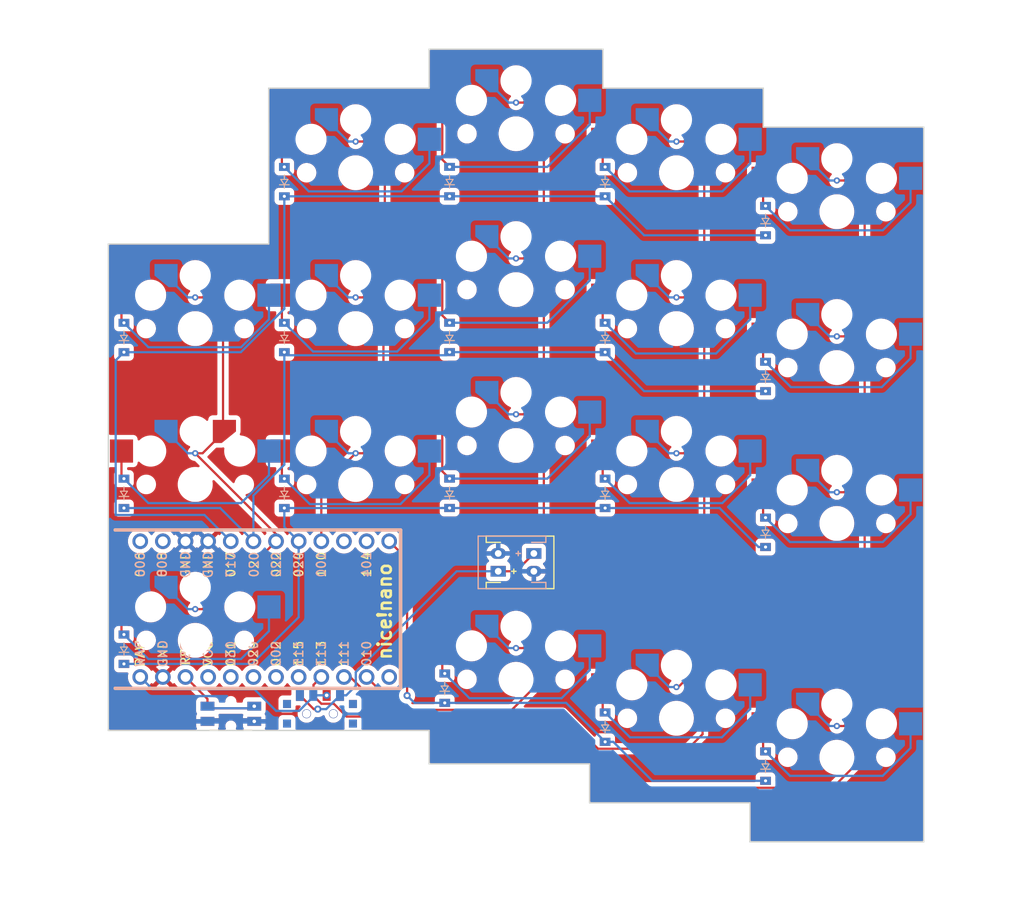
<source format=kicad_pcb>
(kicad_pcb (version 20240108) (generator "pcbnew") (generator_version "8.0")
  (title_block (title "P2DI") (rev "v1.0.0") (company "Unknown"))
  (layers (0 "F.Cu" signal) (31 "B.Cu" signal) (34 "B.Paste" user) (35 "F.Paste" user) (36 "B.SilkS" user "B.Silkscreen") (37 "F.SilkS" user "F.Silkscreen") (38 "B.Mask" user) (39 "F.Mask" user) (44 "Edge.Cuts" user))
  (net 0 "")
  (net 1 "P022")
  (net 2 "pinky_bottom")
  (net 3 "pinky_home")
  (net 4 "pinky_top")
  (net 5 "P100")
  (net 6 "ring_bottom")
  (net 7 "ring_home")
  (net 8 "ring_top")
  (net 9 "P010")
  (net 10 "middle_bottom")
  (net 11 "middle_home")
  (net 12 "middle_top")
  (net 13 "P111")
  (net 14 "index_bottom")
  (net 15 "index_home")
  (net 16 "index_top")
  (net 17 "P113")
  (net 18 "inner_bottom")
  (net 19 "inner_home")
  (net 20 "inner_top")
  (net 21 "first_only")
  (net 22 "second_only")
  (net 23 "third_only")
  (net 24 "RAW")
  (net 25 "GND")
  (net 26 "RST")
  (net 27 "VCC")
  (net 28 "P031")
  (net 29 "P029")
  (net 30 "P002")
  (net 31 "P115")
  (net 32 "P009")
  (net 33 "P006")
  (net 34 "P008")
  (net 35 "P017")
  (net 36 "P020")
  (net 37 "P024")
  (net 38 "P011")
  (net 39 "P104")
  (net 40 "P106")
  (net 41 "pos")
  (footprint "E73_SPDT_C128955" (layer "F.Cu") (at 206.548222 177.768232 180)
    (property "Reference" "T1" (hide yes))
    (property "Value" "")
  )
  (footprint "ComboDiode" (layer "F.Cu") (at 238.548222 135.518232 90)
    (property "Reference" "D11" (hide yes))
    (property "Value" "" (hide yes))
  )
  (footprint "PG1350" (layer "F.Cu") (at 228.548222 112.643232)
    (property "Reference" "S9" (hide yes))
    (property "Value" "" (hide yes))
  )
  (footprint "ComboDiode" (layer "F.Cu") (at 256.548222 139.893232 90)
    (property "Reference" "D14" (hide yes))
    (property "Value" "" (hide yes))
  )
  (footprint "ComboDiode" (layer "F.Cu") (at 184.548222 153.018232 90)
    (property "Reference" "D2" (hide yes))
    (property "Value" "" (hide yes))
  )
  (footprint "ComboDiode" (layer "F.Cu") (at 184.548222 135.518232 90)
    (property "Reference" "D3" (hide yes))
    (property "Value" "" (hide yes))
  )
  (footprint "ComboDiode" (layer "F.Cu") (at 256.548222 122.393232 90)
    (property "Reference" "D15" (hide yes))
    (property "Value" "" (hide yes))
  )
  (footprint "ComboDiode" (layer "F.Cu") (at 221.091741 118.012447 90)
    (property "Reference" "D9" (hide yes))
    (property "Value" "" (hide yes))
  )
  (footprint "ComboDiode" (layer "F.Cu") (at 220.548222 174.893232 90)
    (property "Reference" "D16" (hide yes))
    (property "Value" "" (hide yes))
  )
  (footprint "ComboDiode" (layer "F.Cu") (at 256.548222 183.643232 90)
    (property "Reference" "D18" (hide yes))
    (property "Value" "" (hide yes))
  )
  (footprint "PG1350" (layer "F.Cu") (at 210.548222 134.518232)
    (property "Reference" "S5" (hide yes))
    (property "Value" "" (hide yes))
  )
  (footprint "PG1350" (layer "F.Cu") (at 264.548222 156.393232)
    (property "Reference" "S13" (hide yes))
    (property "Value" "" (hide yes))
  )
  (footprint "PG1350" (layer "F.Cu") (at 228.548222 130.143232)
    (property "Reference" "S8" (hide yes))
    (property "Value" "" (hide yes))
  )
  (footprint "ComboDiode" (layer "F.Cu") (at 221.091741 153.012447 90)
    (property "Reference" "D7" (hide yes))
    (property "Value" "" (hide yes))
  )
  (footprint "ComboDiode" (layer "F.Cu") (at 202.548222 118.018232 90)
    (property "Reference" "D6" (hide yes))
    (property "Value" "" (hide yes))
  )
  (footprint "ComboDiode" (layer "F.Cu") (at 202.548222 153.018232 90)
    (property "Reference" "D4" (hide yes))
    (property "Value" "" (hide yes))
  )
  (footprint "JST_PH_S2B-PH-K_02x2.00mm_Angled" (layer "F.Cu") (at 226.548222 160.768232 90)
    (property "Reference" "JST2" (hide yes))
    (property "Value" "" (hide yes))
  )
  (footprint "PG1350" (layer "F.Cu") (at 210.548222 117.018232)
    (property "Reference" "S6" (hide yes))
    (property "Value" "" (hide yes))
  )
  (footprint "ComboDiode" (layer "F.Cu") (at 238.548222 118.018232 90)
    (property "Reference" "D12" (hide yes))
    (property "Value" "" (hide yes))
  )
  (footprint "ComboDiode" (layer "F.Cu") (at 256.548222 157.393232 90)
    (property "Reference" "D13" (hide yes))
    (property "Value" "" (hide yes))
  )
  (footprint "JST_PH_S2B-PH-K_02x2.00mm_Angled" (layer "F.Cu") (at 230.548222 160.768232 -90)
    (property "Reference" "JST1" (hide yes))
    (property "Value" "" (hide yes))
  )
  (footprint "ComboDiode" (layer "F.Cu") (at 238.548222 179.268232 90)
    (property "Reference" "D17" (hide yes))
    (property "Value" "" (hide yes))
  )
  (footprint "Panasonic_EVQPUL_EVQPUC" (layer "F.Cu") (at 196.548222 177.768232 180)
    (property "Reference" "B2" (hide yes))
    (property "Value" "Panasonic_EVQPUL_EVQPUC" (hide yes))
  )
  (footprint "PG1350" (layer "F.Cu") (at 192.548222 169.518232)
    (property "Reference" "S1" (hide yes))
    (property "Value" "" (hide yes))
  )
  (footprint "PG1350" (layer "F.Cu") (at 246.548222 134.518232)
    (property "Reference" "S11" (hide yes))
    (property "Value" "" (hide yes))
  )
  (footprint "PG1350" (layer "F.Cu") (at 192.548222 134.518232)
    (property "Reference" "S3" (hide yes))
    (property "Value" "" (hide yes))
  )
  (footprint "PG1350" (layer "F.Cu") (at 228.548222 147.643232)
    (property "Reference" "S7" (hide yes))
    (property "Value" "" (hide yes))
  )
  (footprint "E73_SPDT_C128955" (layer "F.Cu") (at 206.548222 177.768232 180)
    (property "Reference" "T2" (hide yes))
    (property "Value" "")
  )
  (footprint "ComboDiode" (layer "F.Cu") (at 238.548222 153.018232 90)
    (property "Reference" "D10" (hide yes))
    (property "Value" "" (hide yes))
  )
  (footprint "PG1350" (layer "F.Cu") (at 246.548222 117.018232)
    (property "Reference" "S12" (hide yes))
    (property "Value" "" (hide yes))
  )
  (footprint "PG1350" (layer "F.Cu") (at 264.548222 121.393232)
    (property "Reference" "S15" (hide yes))
    (property "Value" "" (hide yes))
  )
  (footprint "PG1350" (layer "F.Cu") (at 192.548222 152.018232)
    (property "Reference" "S2" (hide yes))
    (property "Value" "" (hide yes))
  )
  (footprint "ComboDiode" (layer "F.Cu") (at 184.548222 170.518232 90)
    (property "Reference" "D1" (hide yes))
    (property "Value" "" (hide yes))
  )
  (footprint "ComboDiode" (layer "F.Cu") (at 221.091741 135.512447 90)
    (property "Reference" "D8" (hide yes))
    (property "Value" "" (hide yes))
  )
  (footprint "PG1350" (layer "F.Cu") (at 228.548222 173.893232)
    (property "Reference" "S16" (hide yes))
    (property "Value" "" (hide yes))
  )
  (footprint "Panasonic_EVQPUL_EVQPUC" (layer "F.Cu") (at 196.548222 177.768232 180)
    (property "Reference" "B1" (hide yes))
    (property "Value" "Panasonic_EVQPUL_EVQPUC" (hide yes))
  )
  (footprint "ComboDiode" (layer "F.Cu") (at 202.548222 135.518232 90)
    (property "Reference" "D5" (hide yes))
    (property "Value" "" (hide yes))
  )
  (footprint "PG1350" (layer "F.Cu") (at 264.548222 138.893232)
    (property "Reference" "S14" (hide yes))
    (property "Value" "" (hide yes))
  )
  (footprint "PG1350" (layer "F.Cu") (at 210.548222 152.018232)
    (property "Reference" "S4" (hide yes))
    (property "Value" "" (hide yes))
  )
  (footprint "PG1350" (layer "F.Cu") (at 246.548222 178.268232)
    (property "Reference" "S17" (hide yes))
    (property "Value" "" (hide yes))
  )
  (footprint "nice_nano" (layer "F.Cu") (at 200.348222 166.018232)
    (property "Reference" "MCU1" (hide yes))
    (property "Value" "nice_nano" (hide yes))
  )
  (footprint "PG1350" (layer "F.Cu") (at 264.548222 182.643232)
    (property "Reference" "S18" (hide yes))
    (property "Value" "" (hide yes))
  )
  (footprint "PG1350" (layer "F.Cu") (at 246.548222 152.018232)
    (property "Reference" "S10" (hide yes))
    (property "Value" "" (hide yes))
  )
  (gr_line (start 256.298222 107.518232) (end 238.298222 107.518232) (stroke (width 0.15)) (layer "Edge.Cuts"))
  (gr_line (start 238.298222 103.143232) (end 218.798222 103.143232) (stroke (width 0.15)) (layer "Edge.Cuts"))
  (gr_line (start 182.798222 179.643232) (end 218.798222 179.643232) (stroke (width 0.15)) (layer "Edge.Cuts"))
  (gr_line (start 254.798222 192.143232) (end 274.298222 192.143232) (stroke (width 0.15)) (layer "Edge.Cuts"))
  (gr_line (start 218.798222 179.643232) (end 218.798222 183.393232) (stroke (width 0.15)) (layer "Edge.Cuts"))
  (gr_line (start 218.798222 183.393232) (end 236.798222 183.393232) (stroke (width 0.15)) (layer "Edge.Cuts"))
  (gr_line (start 274.298222 192.143232) (end 274.298222 111.893232) (stroke (width 0.15)) (layer "Edge.Cuts"))
  (gr_line (start 182.798222 179.643232) (end 182.798222 125.018232) (stroke (width 0.15)) (layer "Edge.Cuts"))
  (gr_line (start 236.798222 187.768232) (end 254.798222 187.768232) (stroke (width 0.15)) (layer "Edge.Cuts"))
  (gr_line (start 218.798222 107.518232) (end 200.798222 107.518232) (stroke (width 0.15)) (layer "Edge.Cuts"))
  (gr_line (start 254.798222 187.768232) (end 254.798222 192.143232) (stroke (width 0.15)) (layer "Edge.Cuts"))
  (gr_line (start 200.798222 107.518232) (end 200.798222 125.018232) (stroke (width 0.15)) (layer "Edge.Cuts"))
  (gr_line (start 200.798222 125.018232) (end 182.798222 125.018232) (stroke (width 0.15)) (layer "Edge.Cuts"))
  (gr_line (start 238.298222 107.518232) (end 238.298222 103.143232) (stroke (width 0.15)) (layer "Edge.Cuts"))
  (gr_line (start 256.298222 111.893232) (end 256.298222 107.518232) (stroke (width 0.15)) (layer "Edge.Cuts"))
  (gr_line (start 236.798222 183.393232) (end 236.798222 187.768232) (stroke (width 0.15)) (layer "Edge.Cuts"))
  (gr_line (start 274.298222 111.893232) (end 256.298222 111.893232) (stroke (width 0.15)) (layer "Edge.Cuts"))
  (gr_line (start 218.798222 103.143232) (end 218.798222 107.518232) (stroke (width 0.15)) (layer "Edge.Cuts"))
  (segment (start 195.823222 128.568232) (end 193.373222 131.018232) (width 0.25) (layer "F.Cu") (net 1))
  (segment (start 195.823222 163.568232) (end 193.373222 166.018232) (width 0.25) (layer "F.Cu") (net 1))
  (segment (start 195.669222 145.914232) (end 195.669222 128.722232) (width 0.25) (layer "F.Cu") (net 1))
  (segment (start 195.823222 163.568232) (end 196.448222 163.568232) (width 0.25) (layer "F.Cu") (net 1))
  (segment (start 195.823222 146.068232) (end 193.373222 148.518232) (width 0.25) (layer "F.Cu") (net 1))
  (segment (start 201.618222 158.398232) (end 201.618222 157.588232) (width 0.25) (layer "F.Cu") (net 1))
  (segment (start 193.373222 166.018232) (end 192.548222 166.018232) (width 0.25) (layer "F.Cu") (net 1))
  (segment (start 193.373222 148.518232) (end 192.548222 148.518232) (width 0.25) (layer "F.Cu") (net 1))
  (segment (start 201.618222 157.588232) (end 192.548222 148.518232) (width 0.25) (layer "F.Cu") (net 1))
  (segment (start 196.448222 163.568232) (end 201.618222 158.398232) (width 0.25) (layer "F.Cu") (net 1))
  (segment (start 195.669222 128.722232) (end 195.823222 128.568232) (width 0.25) (layer "F.Cu") (net 1))
  (segment (start 195.823222 146.068232) (end 195.669222 145.914232) (width 0.25) (layer "F.Cu") (net 1))
  (segment (start 193.373222 131.018232) (end 192.548222 131.018232) (width 0.25) (layer "F.Cu") (net 1))
  (segment (start 191.723222 166.018232) (end 192.548222 166.018232) (width 0.25) (layer "B.Cu") (net 1))
  (segment (start 191.723222 148.518232) (end 192.548222 148.518232) (width 0.25) (layer "B.Cu") (net 1))
  (segment (start 189.273222 163.568232) (end 191.723222 166.018232) (width 0.25) (layer "B.Cu") (net 1))
  (segment (start 189.273222 128.568232) (end 191.723222 131.018232) (width 0.25) (layer "B.Cu") (net 1))
  (segment (start 191.723222 131.018232) (end 192.548222 131.018232) (width 0.25) (layer "B.Cu") (net 1))
  (segment (start 189.273222 146.068232) (end 191.723222 148.518232) (width 0.25) (layer "B.Cu") (net 1))
  (segment (start 184.273222 168.593232) (end 184.548222 168.868232) (width 0.25) (layer "F.Cu") (net 2))
  (segment (start 184.273222 165.768232) (end 184.273222 168.593232) (width 0.25) (layer "F.Cu") (net 2))
  (segment (start 197.690544 171.615251) (end 187.295241 171.615251) (width 0.25) (layer "B.Cu") (net 2))
  (segment (start 200.823222 168.482573) (end 197.690544 171.615251) (width 0.25) (layer "B.Cu") (net 2))
  (segment (start 187.295241 171.615251) (end 184.548222 168.868232) (width 0.25) (layer "B.Cu") (net 2))
  (segment (start 200.823222 165.768232) (end 200.823222 168.482573) (width 0.25) (layer "B.Cu") (net 2))
  (segment (start 184.273222 151.093232) (end 184.548222 151.368232) (width 0.25) (layer "F.Cu") (net 3))
  (segment (start 184.273222 148.268232) (end 184.273222 151.093232) (width 0.25) (layer "F.Cu") (net 3))
  (segment (start 200.823222 150.982573) (end 197.694063 154.111732) (width 0.25) (layer "B.Cu") (net 3))
  (segment (start 187.291722 154.111732) (end 184.548222 151.368232) (width 0.25) (layer "B.Cu") (net 3))
  (segment (start 197.694063 154.111732) (end 187.291722 154.111732) (width 0.25) (layer "B.Cu") (net 3))
  (segment (start 200.823222 148.268232) (end 200.823222 150.982573) (width 0.25) (layer "B.Cu") (net 3))
  (segment (start 184.273222 133.593232) (end 184.548222 133.868232) (width 0.25) (layer "F.Cu") (net 4))
  (segment (start 184.273222 130.768232) (end 184.273222 133.593232) (width 0.25) (layer "F.Cu") (net 4))
  (segment (start 200.823222 133.482573) (end 197.694063 136.611732) (width 0.25) (layer "B.Cu") (net 4))
  (segment (start 187.291722 136.611732) (end 184.548222 133.868232) (width 0.25) (layer "B.Cu") (net 4))
  (segment (start 197.694063 136.611732) (end 187.291722 136.611732) (width 0.25) (layer "B.Cu") (net 4))
  (segment (start 200.823222 130.768232) (end 200.823222 133.482573) (width 0.25) (layer "B.Cu") (net 4))
  (segment (start 213.823222 111.068232) (end 211.373222 113.518232) (width 0.25) (layer "F.Cu") (net 5))
  (segment (start 213.823222 128.568232) (end 211.373222 131.018232) (width 0.25) (layer "F.Cu") (net 5))
  (segment (start 211.373222 131.018232) (end 210.548222 131.018232) (width 0.25) (layer "F.Cu") (net 5))
  (segment (start 212.397998 112.493456) (end 213.823222 111.068232) (width 0.25) (layer "F.Cu") (net 5))
  (segment (start 213.669222 145.914232) (end 213.669222 128.722232) (width 0.25) (layer "F.Cu") (net 5))
  (segment (start 211.373222 148.518232) (end 210.548222 148.518232) (width 0.25) (layer "F.Cu") (net 5))
  (segment (start 213.823222 128.568232) (end 213.823222 117.332576) (width 0.25) (layer "F.Cu") (net 5))
  (segment (start 211.373222 113.518232) (end 210.548222 113.518232) (width 0.25) (layer "F.Cu") (net 5))
  (segment (start 213.823222 117.332576) (end 212.397998 115.907352) (width 0.25) (layer "F.Cu") (net 5))
  (segment (start 206.698222 152.368232) (end 206.698222 158.398232) (width 0.25) (layer "F.Cu") (net 5))
  (segment (start 213.669222 128.722232) (end 213.823222 128.568232) (width 0.25) (layer "F.Cu") (net 5))
  (segment (start 210.548222 148.518232) (end 206.698222 152.368232) (width 0.25) (layer "F.Cu") (net 5))
  (segment (start 213.823222 146.068232) (end 213.669222 145.914232) (width 0.25) (layer "F.Cu") (net 5))
  (segment (start 212.397998 115.907352) (end 212.397998 112.493456) (width 0.25) (layer "F.Cu") (net 5))
  (segment (start 213.823222 146.068232) (end 211.373222 148.518232) (width 0.25) (layer "F.Cu") (net 5))
  (segment (start 209.723222 131.018232) (end 210.548222 131.018232) (width 0.25) (layer "B.Cu") (net 5))
  (segment (start 207.273222 128.568232) (end 209.723222 131.018232) (width 0.25) (layer "B.Cu") (net 5))
  (segment (start 209.723222 148.518232) (end 210.548222 148.518232) (width 0.25) (layer "B.Cu") (net 5))
  (segment (start 209.723222 113.518232) (end 210.548222 113.518232) (width 0.25) (layer "B.Cu") (net 5))
  (segment (start 207.273222 146.068232) (end 209.723222 148.518232) (width 0.25) (layer "B.Cu") (net 5))
  (segment (start 207.273222 111.068232) (end 209.723222 113.518232) (width 0.25) (layer "B.Cu") (net 5))
  (segment (start 202.273222 148.268232) (end 202.273222 151.093232) (width 0.25) (layer "F.Cu") (net 6))
  (segment (start 202.273222 151.093232) (end 202.548222 151.368232) (width 0.25) (layer "F.Cu") (net 6))
  (segment (start 205.407264 154.227274) (end 202.548222 151.368232) (width 0.25) (layer "B.Cu") (net 6))
  (segment (start 215.578521 154.227274) (end 205.407264 154.227274) (width 0.25) (layer "B.Cu") (net 6))
  (segment (start 218.823222 148.268232) (end 218.823222 150.982573) (width 0.25) (layer "B.Cu") (net 6))
  (segment (start 218.823222 150.982573) (end 215.578521 154.227274) (width 0.25) (layer "B.Cu") (net 6))
  (segment (start 202.273222 133.593232) (end 202.548222 133.868232) (width 0.25) (layer "F.Cu") (net 7))
  (segment (start 202.273222 130.768232) (end 202.273222 133.593232) (width 0.25) (layer "F.Cu") (net 7))
  (segment (start 218.823222 133.482573) (end 215.212131 137.093664) (width 0.25) (layer "B.Cu") (net 7))
  (segment (start 205.773654 137.093664) (end 202.548222 133.868232) (width 0.25) (layer "B.Cu") (net 7))
  (segment (start 215.212131 137.093664) (end 205.773654 137.093664) (width 0.25) (layer "B.Cu") (net 7))
  (segment (start 218.823222 130.768232) (end 218.823222 133.482573) (width 0.25) (layer "B.Cu") (net 7))
  (segment (start 202.273222 116.093232) (end 202.548222 116.368232) (width 0.25) (layer "F.Cu") (net 8))
  (segment (start 202.273222 113.268232) (end 202.273222 116.093232) (width 0.25) (layer "F.Cu") (net 8))
  (segment (start 218.823222 113.268232) (end 218.823222 115.982573) (width 0.25) (layer "B.Cu") (net 8))
  (segment (start 215.694063 119.111732) (end 205.291722 119.111732) (width 0.25) (layer "B.Cu") (net 8))
  (segment (start 205.291722 119.111732) (end 202.548222 116.368232) (width 0.25) (layer "B.Cu") (net 8))
  (segment (start 218.823222 115.982573) (end 215.694063 119.111732) (width 0.25) (layer "B.Cu") (net 8))
  (segment (start 231.669222 168.097232) (end 231.669222 173.732888) (width 0.25) (layer "F.Cu") (net 9))
  (segment (start 231.823222 167.943232) (end 229.373222 170.393232) (width 0.25) (layer "F.Cu") (net 9))
  (segment (start 231.823222 141.693232) (end 231.669222 141.539232) (width 0.25) (layer "F.Cu") (net 9))
  (segment (start 231.669222 141.539232) (end 231.669222 124.347232) (width 0.25) (layer "F.Cu") (net 9))
  (segment (start 229.373222 109.143232) (end 228.548222 109.143232) (width 0.25) (layer "F.Cu") (net 9))
  (segment (start 231.669222 124.347232) (end 231.823222 124.193232) (width 0.25) (layer "F.Cu") (net 9))
  (segment (start 231.823222 124.193232) (end 231.669222 124.039232) (width 0.25) (layer "F.Cu") (net 9))
  (segment (start 231.823222 141.693232) (end 229.373222 144.143232) (width 0.25) (layer "F.Cu") (net 9))
  (segment (start 231.669222 173.732888) (end 228.077079 177.325031) (width 0.25) (layer "F.Cu") (net 9))
  (segment (start 231.669222 141.847232) (end 231.823222 141.693232) (width 0.25) (layer "F.Cu") (net 9))
  (segment (start 231.823222 167.943232) (end 231.669222 168.097232) (width 0.25) (layer "F.Cu") (net 9))
  (segment (start 231.669222 156.654877) (end 231.669222 141.847232) (width 0.25) (layer "F.Cu") (net 9))
  (segment (start 231.823222 124.193232) (end 229.373222 126.643232) (width 0.25) (layer "F.Cu") (net 9))
  (segment (start 215.465021 177.325031) (end 211.778222 173.638232) (width 0.25) (layer "F.Cu") (net 9))
  (segment (start 233.037861 158.023516) (end 231.669222 156.654877) (width 0.25) (layer "F.Cu") (net 9))
  (segment (start 229.373222 170.393232) (end 228.548222 170.393232) (width 0.25) (layer "F.Cu") (net 9))
  (segment (start 231.669222 106.847232) (end 231.823222 106.693232) (width 0.25) (layer "F.Cu") (net 9))
  (segment (start 233.037861 166.728593) (end 233.037861 158.023516) (width 0.25) (layer "F.Cu") (net 9))
  (segment (start 229.373222 144.143232) (end 228.548222 144.143232) (width 0.25) (layer "F.Cu") (net 9))
  (segment (start 231.823222 167.943232) (end 233.037861 166.728593) (width 0.25) (layer "F.Cu") (net 9))
  (segment (start 229.373222 126.643232) (end 228.548222 126.643232) (width 0.25) (layer "F.Cu") (net 9))
  (segment (start 231.823222 106.693232) (end 229.373222 109.143232) (width 0.25) (layer "F.Cu") (net 9))
  (segment (start 231.669222 124.039232) (end 231.669222 106.847232) (width 0.25) (layer "F.Cu") (net 9))
  (segment (start 228.077079 177.325031) (end 215.465021 177.325031) (width 0.25) (layer "F.Cu") (net 9))
  (segment (start 227.723222 170.393232) (end 228.548222 170.393232) (width 0.25) (layer "B.Cu") (net 9))
  (segment (start 227.723222 144.143232) (end 228.548222 144.143232) (width 0.25) (layer "B.Cu") (net 9))
  (segment (start 227.723222 126.643232) (end 228.548222 126.643232) (width 0.25) (layer "B.Cu") (net 9))
  (segment (start 225.273222 167.943232) (end 227.723222 170.393232) (width 0.25) (layer "B.Cu") (net 9))
  (segment (start 225.273222 141.693232) (end 227.723222 144.143232) (width 0.25) (layer "B.Cu") (net 9))
  (segment (start 225.273222 106.693232) (end 227.723222 109.143232) (width 0.25) (layer "B.Cu") (net 9))
  (segment (start 227.723222 109.143232) (end 228.548222 109.143232) (width 0.25) (layer "B.Cu") (net 9))
  (segment (start 225.273222 124.193232) (end 227.723222 126.643232) (width 0.25) (layer "B.Cu") (net 9))
  (segment (start 220.273222 150.543928) (end 221.091741 151.362447) (width 0.25) (layer "F.Cu") (net 10))
  (segment (start 220.273222 143.893232) (end 220.273222 150.543928) (width 0.25) (layer "F.Cu") (net 10))
  (segment (start 236.823222 146.607573) (end 232.068348 151.362447) (width 0.25) (layer "B.Cu") (net 10))
  (segment (start 236.823222 143.893232) (end 236.823222 146.607573) (width 0.25) (layer "B.Cu") (net 10))
  (segment (start 232.068348 151.362447) (end 221.091741 151.362447) (width 0.25) (layer "B.Cu") (net 10))
  (segment (start 220.273222 133.043928) (end 221.091741 133.862447) (width 0.25) (layer "F.Cu") (net 11))
  (segment (start 220.273222 126.393232) (end 220.273222 133.043928) (width 0.25) (layer "F.Cu") (net 11))
  (segment (start 236.823222 129.107573) (end 232.068348 133.862447) (width 0.25) (layer "B.Cu") (net 11))
  (segment (start 236.823222 126.393232) (end 236.823222 129.107573) (width 0.25) (layer "B.Cu") (net 11))
  (segment (start 232.068348 133.862447) (end 221.091741 133.862447) (width 0.25) (layer "B.Cu") (net 11))
  (segment (start 220.273222 108.893232) (end 220.273222 115.543928) (width 0.25) (layer "F.Cu") (net 12))
  (segment (start 220.273222 115.543928) (end 221.091741 116.362447) (width 0.25) (layer "F.Cu") (net 12))
  (segment (start 232.068348 116.362447) (end 221.091741 116.362447) (width 0.25) (layer "B.Cu") (net 12))
  (segment (start 236.823222 108.893232) (end 236.823222 111.607573) (width 0.25) (layer "B.Cu") (net 12))
  (segment (start 236.823222 111.607573) (end 232.068348 116.362447) (width 0.25) (layer "B.Cu") (net 12))
  (segment (start 249.823222 172.318232) (end 249.20837 172.318232) (width 0.25) (layer "F.Cu") (net 13))
  (segment (start 249.481318 172.660136) (end 249.481318 180.061377) (width 0.25) (layer "F.Cu") (net 13))
  (segment (start 247.373222 148.518232) (end 246.548222 148.518232) (width 0.25) (layer "F.Cu") (net 13))
  (segment (start 237.753839 181.693232) (end 233.762638 177.702031) (width 0.25) (layer "F.Cu") (net 13))
  (segment (start 247.849463 181.693232) (end 237.753839 181.693232) (width 0.25) (layer "F.Cu") (net 13))
  (segment (start 249.823222 172.318232) (end 249.669222 172.164232) (width 0.25) (layer "F.Cu") (net 13))
  (segment (start 249.823222 172.318232) (end 249.481318 172.660136) (width 0.25) (layer "F.Cu") (net 13))
  (segment (start 249.669222 128.722232) (end 249.823222 128.568232) (width 0.25) (layer "F.Cu") (net 13))
  (segment (start 247.373222 131.018232) (end 246.548222 131.018232) (width 0.25) (layer "F.Cu") (net 13))
  (segment (start 249.669222 145.914232) (end 249.669222 128.722232) (width 0.25) (layer "F.Cu") (net 13))
  (segment (start 249.669222 128.414232) (end 249.823222 128.568232) (width 0.25) (layer "F.Cu") (net 13))
  (segment (start 249.669222 172.164232) (end 249.669222 146.222232) (width 0.25) (layer "F.Cu") (net 13))
  (segment (start 249.669222 111.222232) (end 249.669222 128.414232) (width 0.25) (layer "F.Cu") (net 13))
  (segment (start 209.946086 173.638232) (end 209.238222 173.638232) (width 0.25) (layer "F.Cu") (net 13))
  (segment (start 249.823222 146.068232) (end 247.373222 148.518232) (width 0.25) (layer "F.Cu") (net 13))
  (segment (start 246.75837 174.768232) (end 246.548222 174.768232) (width 0.25) (layer "F.Cu") (net 13))
  (segment (start 233.762638 177.702031) (end 214.009885 177.702031) (width 0.25) (layer "F.Cu") (net 13))
  (segment (start 249.823222 111.068232) (end 249.669222 111.222232) (width 0.25) (layer "F.Cu") (net 13))
  (segment (start 214.009885 177.702031) (end 209.946086 173.638232) (width 0.25) (layer "F.Cu") (net 13))
  (segment (start 249.823222 111.068232) (end 247.373222 113.518232) (width 0.25) (layer "F.Cu") (net 13))
  (segment (start 249.823222 128.568232) (end 247.373222 131.018232) (width 0.25) (layer "F.Cu") (net 13))
  (segment (start 247.373222 113.518232) (end 246.548222 113.518232) (width 0.25) (layer "F.Cu") (net 13))
  (segment (start 249.481318 180.061377) (end 247.849463 181.693232) (width 0.25) (layer "F.Cu") (net 13))
  (segment (start 249.823222 146.068232) (end 249.669222 145.914232) (width 0.25) (layer "F.Cu") (net 13))
  (segment (start 249.669222 146.222232) (end 249.823222 146.068232) (width 0.25) (layer "F.Cu") (net 13))
  (segment (start 249.20837 172.318232) (end 246.75837 174.768232) (width 0.25) (layer "F.Cu") (net 13))
  (segment (start 245.723222 131.018232) (end 246.548222 131.018232) (width 0.25) (layer "B.Cu") (net 13))
  (segment (start 245.723222 148.518232) (end 246.548222 148.518232) (width 0.25) (layer "B.Cu") (net 13))
  (segment (start 243.273222 146.068232) (end 245.723222 148.518232) (width 0.25) (layer "B.Cu") (net 13))
  (segment (start 245.723222 174.768232) (end 246.548222 174.768232) (width 0.25) (layer "B.Cu") (net 13))
  (segment (start 243.273222 172.318232) (end 245.723222 174.768232) (width 0.25) (layer "B.Cu") (net 13))
  (segment (start 245.723222 113.518232) (end 246.548222 113.518232) (width 0.25) (layer "B.Cu") (net 13))
  (segment (start 243.273222 128.568232) (end 245.723222 131.018232) (width 0.25) (layer "B.Cu") (net 13))
  (segment (start 243.273222 111.068232) (end 245.723222 113.518232) (width 0.25) (layer "B.Cu") (net 13))
  (segment (start 238.273222 151.093232) (end 238.548222 151.368232) (width 0.25) (layer "F.Cu") (net 14))
  (segment (start 238.273222 148.268232) (end 238.273222 151.093232) (width 0.25) (layer "F.Cu") (net 14))
  (segment (start 254.823222 150.982573) (end 251.694063 154.111732) (width 0.25) (layer "B.Cu") (net 14))
  (segment (start 251.694063 154.111732) (end 241.291722 154.111732) (width 0.25) (layer "B.Cu") (net 14))
  (segment (start 254.823222 148.268232) (end 254.823222 150.982573) (width 0.25) (layer "B.Cu") (net 14))
  (segment (start 241.291722 154.111732) (end 238.548222 151.368232) (width 0.25) (layer "B.Cu") (net 14))
  (segment (start 238.273222 133.593232) (end 238.548222 133.868232) (width 0.25) (layer "F.Cu") (net 15))
  (segment (start 238.273222 130.768232) (end 238.273222 133.593232) (width 0.25) (layer "F.Cu") (net 15))
  (segment (start 254.823222 133.482573) (end 250.992469 137.313326) (width 0.25) (layer "B.Cu") (net 15))
  (segment (start 241.993316 137.313326) (end 238.548222 133.868232) (width 0.25) (layer "B.Cu") (net 15))
  (segment (start 250.992469 137.313326) (end 241.993316 137.313326) (width 0.25) (layer "B.Cu") (net 15))
  (segment (start 254.823222 130.768232) (end 254.823222 133.482573) (width 0.25) (layer "B.Cu") (net 15))
  (segment (start 238.273222 116.093232) (end 238.548222 116.368232) (width 0.25) (layer "F.Cu") (net 16))
  (segment (start 238.273222 113.268232) (end 238.273222 116.093232) (width 0.25) (layer "F.Cu") (net 16))
  (segment (start 241.291722 119.111732) (end 238.548222 116.368232) (width 0.25) (layer "B.Cu") (net 16))
  (segment (start 254.823222 115.982573) (end 251.694063 119.111732) (width 0.25) (layer "B.Cu") (net 16))
  (segment (start 251.694063 119.111732) (end 241.291722 119.111732) (width 0.25) (layer "B.Cu") (net 16))
  (segment (start 254.823222 113.268232) (end 254.823222 115.982573) (width 0.25) (layer "B.Cu") (net 16))
  (segment (start 267.823222 150.443232) (end 267.669222 150.597232) (width 0.25) (layer "F.Cu") (net 17))
  (segment (start 267.823222 132.943232) (end 267.669222 133.097232) (width 0.25) (layer "F.Cu") (net 17))
  (segment (start 205.821922 175.758109) (end 205.821922 174.514532) (width 0.25) (layer "F.Cu") (net 17))
  (segment (start 209.538324 178.079031) (end 208.102525 176.643232) (width 0.25) (layer "F.Cu") (net 17))
  (segment (start 267.669222 132.789232) (end 267.823222 132.943232) (width 0.25) (layer "F.Cu") (net 17))
  (segment (start 267.669222 133.097232) (end 267.669222 150.289232) (width 0.25) (layer "F.Cu") (net 17))
  (segment (start 267.669222 150.597232) (end 267.669222 176.539232) (width 0.25) (layer "F.Cu") (net 17))
  (segment (start 267.669222 150.289232) (end 267.823222 150.443232) (width 0.25) (layer "F.Cu") (net 17))
  (segment (start 265.373222 152.893232) (end 264.548222 152.893232) (width 0.25) (layer "F.Cu") (net 17))
  (segment (start 267.669222 176.847232) (end 267.669222 182.482888) (width 0.25) (layer "F.Cu") (net 17))
  (segment (start 233.488584 178.079031) (end 209.538324 178.079031) (width 0.25) (layer "F.Cu") (net 17))
  (segment (start 267.669222 115.597232) (end 267.669222 132.789232) (width 0.25) (layer "F.Cu") (net 17))
  (segment (start 267.669222 176.539232) (end 267.823222 176.693232) (width 0.25) (layer "F.Cu") (net 17))
  (segment (start 267.669222 182.482888) (end 264.075545 186.076565) (width 0.25) (layer "F.Cu") (net 17))
  (segment (start 264.075545 186.076565) (end 241.486118 186.076565) (width 0.25) (layer "F.Cu") (net 17))
  (segment (start 208.102525 176.643232) (end 206.707045 176.643232) (width 0.25) (layer "F.Cu") (net 17))
  (segment (start 267.823222 132.943232) (end 265.373222 135.393232) (width 0.25) (layer "F.Cu") (net 17))
  (segment (start 205.821922 174.514532) (end 206.698222 173.638232) (width 0.25) (layer "F.Cu") (net 17))
  (segment (start 267.823222 176.693232) (end 267.669222 176.847232) (width 0.25) (layer "F.Cu") (net 17))
  (segment (start 265.373222 117.893232) (end 264.548222 117.893232) (width 0.25) (layer "F.Cu") (net 17))
  (segment (start 265.373222 179.143232) (end 264.548222 179.143232) (width 0.25) (layer "F.Cu") (net 17))
  (segment (start 267.823222 115.443232) (end 267.669222 115.597232) (width 0.25) (layer "F.Cu") (net 17))
  (segment (start 267.823222 176.693232) (end 265.373222 179.143232) (width 0.25) (layer "F.Cu") (net 17))
  (segment (start 241.486118 186.076565) (end 233.488584 178.079031) (width 0.25) (layer "F.Cu") (net 17))
  (segment (start 206.707045 176.643232) (end 205.821922 175.758109) (width 0.25) (layer "F.Cu") (net 17))
  (segment (start 267.823222 150.443232) (end 265.373222 152.893232) (width 0.25) (layer "F.Cu") (net 17))
  (segment (start 265.373222 135.393232) (end 264.548222 135.393232) (width 0.25) (layer "F.Cu") (net 17))
  (segment (start 267.823222 115.443232) (end 265.373222 117.893232) (width 0.25) (layer "F.Cu") (net 17))
  (segment (start 263.723222 135.393232) (end 264.548222 135.393232) (width 0.25) (layer "B.Cu") (net 17))
  (segment (start 263.723222 117.893232) (end 264.548222 117.893232) (width 0.25) (layer "B.Cu") (net 17))
  (segment (start 263.723222 179.143232) (end 264.548222 179.143232) (width 0.25) (layer "B.Cu") (net 17))
  (segment (start 263.723222 152.893232) (end 264.548222 152.893232) (width 0.25) (layer "B.Cu") (net 17))
  (segment (start 261.273222 176.693232) (end 263.723222 179.143232) (width 0.25) (layer "B.Cu") (net 17))
  (segment (start 261.273222 115.443232) (end 263.723222 117.893232) (width 0.25) (layer "B.Cu") (net 17))
  (segment (start 261.273222 150.443232) (end 263.723222 152.893232) (width 0.25) (layer "B.Cu") (net 17))
  (segment (start 261.273222 132.943232) (end 263.723222 135.393232) (width 0.25) (layer "B.Cu") (net 17))
  (segment (start 256.273222 152.643232) (end 256.273222 155.468232) (width 0.25) (layer "F.Cu") (net 18))
  (segment (start 256.273222 155.468232) (end 256.548222 155.743232) (width 0.25) (layer "F.Cu") (net 18))
  (segment (start 269.694063 158.486732) (end 259.291722 158.486732) (width 0.25) (layer "B.Cu") (net 18))
  (segment (start 259.291722 158.486732) (end 256.548222 155.743232) (width 0.25) (layer "B.Cu") (net 18))
  (segment (start 272.823222 152.643232) (end 272.823222 155.357573) (width 0.25) (layer "B.Cu") (net 18))
  (segment (start 272.823222 155.357573) (end 269.694063 158.486732) (width 0.25) (layer "B.Cu") (net 18))
  (segment (start 256.273222 137.968232) (end 256.548222 138.243232) (width 0.25) (layer "F.Cu") (net 19))
  (segment (start 256.273222 135.143232) (end 256.273222 137.968232) (width 0.25) (layer "F.Cu") (net 19))
  (segment (start 272.823222 137.857573) (end 269.589288 141.091507) (width 0.25) (layer "B.Cu") (net 19))
  (segment (start 269.589288 141.091507) (end 259.396497 141.091507) (width 0.25) (layer "B.Cu") (net 19))
  (segment (start 259.396497 141.091507) (end 256.548222 138.243232) (width 0.25) (layer "B.Cu") (net 19))
  (segment (start 272.823222 135.143232) (end 272.823222 137.857573) (width 0.25) (layer "B.Cu") (net 19))
  (segment (start 256.273222 120.468232) (end 256.548222 120.743232) (width 0.25) (layer "F.Cu") (net 20))
  (segment (start 256.273222 117.643232) (end 256.273222 120.468232) (width 0.25) (layer "F.Cu") (net 20))
  (segment (start 259.291722 123.486732) (end 256.548222 120.743232) (width 0.25) (layer "B.Cu") (net 20))
  (segment (start 272.823222 117.643232) (end 272.823222 120.357573) (width 0.25) (layer "B.Cu") (net 20))
  (segment (start 269.694063 123.486732) (end 259.291722 123.486732) (width 0.25) (layer "B.Cu") (net 20))
  (segment (start 272.823222 120.357573) (end 269.694063 123.486732) (width 0.25) (layer "B.Cu") (net 20))
  (segment (start 220.273222 170.143232) (end 220.273222 172.968232) (width 0.25) (layer "F.Cu") (net 21))
  (segment (start 220.273222 172.968232) (end 220.548222 173.243232) (width 0.25) (layer "F.Cu") (net 21))
  (segment (start 236.823222 172.857573) (end 233.663085 176.01771) (width 0.25) (layer "B.Cu") (net 21))
  (segment (start 223.3227 176.01771) (end 220.548222 173.243232) (width 0.25) (layer "B.Cu") (net 21))
  (segment (start 233.663085 176.01771) (end 223.3227 176.01771) (width 0.25) (layer "B.Cu") (net 21))
  (segment (start 236.823222 170.143232) (end 236.823222 172.857573) (width 0.25) (layer "B.Cu") (net 21))
  (segment (start 238.273222 174.518232) (end 238.273222 177.343232) (width 0.25) (layer "F.Cu") (net 22))
  (segment (start 238.273222 177.343232) (end 238.548222 177.618232) (width 0.25) (layer "F.Cu") (net 22))
  (segment (start 254.823222 174.518232) (end 254.823222 177.232573) (width 0.25) (layer "B.Cu") (net 22))
  (segment (start 254.823222 177.232573) (end 251.644852 180.410943) (width 0.25) (layer "B.Cu") (net 22))
  (segment (start 251.644852 180.410943) (end 241.340933 180.410943) (width 0.25) (layer "B.Cu") (net 22))
  (segment (start 241.340933 180.410943) (end 238.548222 177.618232) (width 0.25) (layer "B.Cu") (net 22))
  (segment (start 256.273222 181.718232) (end 256.548222 181.993232) (width 0.25) (layer "F.Cu") (net 23))
  (segment (start 256.273222 178.893232) (end 256.273222 181.718232) (width 0.25) (layer "F.Cu") (net 23))
  (segment (start 269.694063 184.736732) (end 259.291722 184.736732) (width 0.25) (layer "B.Cu") (net 23))
  (segment (start 259.291722 184.736732) (end 256.548222 181.993232) (width 0.25) (layer "B.Cu") (net 23))
  (segment (start 272.823222 181.607573) (end 269.694063 184.736732) (width 0.25) (layer "B.Cu") (net 23))
  (segment (start 272.823222 178.893232) (end 272.823222 181.607573) (width 0.25) (layer "B.Cu") (net 23))
  (via (at 207.298222 175.693232) (size 0.8) (drill 0.4) (layers "F.Cu" "B.Cu") (net 24))
  (segment (start 199.198822 175.018832) (end 187.758822 175.018832) (width 0.25) (layer "B.Cu") (net 24))
  (segment (start 205.798222 175.845849) (end 204.200839 177.443232) (width 0.25) (layer "B.Cu") (net 24))
  (segment (start 205.798222 175.693232) (end 205.798222 175.845849) (width 0.25) (layer "B.Cu") (net 24))
  (segment (start 205.798222 175.693232) (end 207.298222 175.693232) (width 0.25) (layer "B.Cu") (net 24))
  (segment (start 201.623222 177.443232) (end 199.198822 175.018832) (width 0.25) (layer "B.Cu") (net 24))
  (segment (start 204.200839 177.443232) (end 201.623222 177.443232) (width 0.25) (layer "B.Cu") (net 24))
  (segment (start 187.758822 175.018832) (end 186.378222 173.638232) (width 0.25) (layer "B.Cu") (net 24))
  (segment (start 199.173222 178.618232) (end 198.506226 178.618232) (width 0.25) (layer "F.Cu") (net 25))
  (segment (start 198.277226 178.389232) (end 194.152222 178.389232) (width 0.25) (layer "F.Cu") (net 25))
  (segment (start 194.152222 178.389232) (end 193.923222 178.618232) (width 0.25) (layer "F.Cu") (net 25))
  (segment (start 198.506226 178.618232) (end 198.277226 178.389232) (width 0.25) (layer "F.Cu") (net 25))
  (via (at 199.173222 178.618232) (size 0.8) (drill 0.4) (layers "F.Cu" "B.Cu") (net 25))
  (segment (start 194.152222 178.389232) (end 198.944222 178.389232) (width 0.25) (layer "B.Cu") (net 25))
  (segment (start 198.944222 178.389232) (end 199.173222 178.618232) (width 0.25) (layer "B.Cu") (net 25))
  (segment (start 193.923222 178.618232) (end 194.152222 178.389232) (width 0.25) (layer "B.Cu") (net 25))
  (segment (start 193.923222 176.918232) (end 194.152222 177.147232) (width 0.25) (layer "F.Cu") (net 26))
  (segment (start 193.923222 176.918232) (end 193.923222 176.103232) (width 0.25) (layer "F.Cu") (net 26))
  (segment (start 193.923222 176.103232) (end 191.458222 173.638232) (width 0.25) (layer "F.Cu") (net 26))
  (segment (start 198.944222 177.147232) (end 199.173222 176.918232) (width 0.25) (layer "F.Cu") (net 26))
  (segment (start 198.944222 177.147232) (end 194.152222 177.147232) (width 0.25) (layer "F.Cu") (net 26))
  (via (at 199.173222 176.918232) (size 0.8) (drill 0.4) (layers "F.Cu" "B.Cu") (net 26))
  (segment (start 198.944222 177.147232) (end 199.173222 176.918232) (width 0.25) (layer "B.Cu") (net 26))
  (segment (start 193.923222 176.918232) (end 194.152222 177.147232) (width 0.25) (layer "B.Cu") (net 26))
  (segment (start 198.944222 177.147232) (end 194.152222 177.147232) (width 0.25) (layer "B.Cu") (net 26))
  (segment (start 202.548222 132.290732) (end 197.670722 137.168232) (width 0.25) (layer "B.Cu") (net 35))
  (segment (start 221.091741 119.662447) (end 220.808815 119.662447) (width 0.25) (layer "B.Cu") (net 35))
  (segment (start 237.558239 119.668232) (end 237.552454 119.662447) (width 0.25) (layer "B.Cu") (net 35))
  (segment (start 237.552454 119.662447) (end 221.091741 119.662447) (width 0.25) (layer "B.Cu") (net 35))
  (segment (start 183.623222 155.443232) (end 193.583222 155.443232) (width 0.25) (layer "B.Cu") (net 35))
  (segment (start 193.583222 155.443232) (end 196.538222 158.398232) (width 0.25) (layer "B.Cu") (net 35))
  (segment (start 183.623222 138.093232) (end 183.623222 155.443232) (width 0.25) (layer "B.Cu") (net 35))
  (segment (start 184.548222 137.168232) (end 183.623222 138.093232) (width 0.25) (layer "B.Cu") (net 35))
  (segment (start 238.548222 119.668232) (end 237.558239 119.668232) (width 0.25) (layer "B.Cu") (net 35))
  (segment (start 220.80303 119.668232) (end 202.548222 119.668232) (width 0.25) (layer "B.Cu") (net 35))
  (segment (start 220.808815 119.662447) (end 220.80303 119.668232) (width 0.25) (layer "B.Cu") (net 35))
  (segment (start 256.548222 124.043232) (end 242.923222 124.043232) (width 0.25) (layer "B.Cu") (net 35))
  (segment (start 197.670722 137.168232) (end 184.548222 137.168232) (width 0.25) (layer "B.Cu") (net 35))
  (segment (start 202.548222 119.668232) (end 202.548222 132.290732) (width 0.25) (layer "B.Cu") (net 35))
  (segment (start 242.923222 124.043232) (end 238.548222 119.668232) (width 0.25) (layer "B.Cu") (net 35))
  (segment (start 221.091741 137.162447) (end 238.542437 137.162447) (width 0.25) (layer "B.Cu") (net 36))
  (segment (start 184.548222 154.668232) (end 195.348222 154.668232) (width 0.25) (layer "B.Cu") (net 36))
  (segment (start 242.923222 141.543232) (end 256.548222 141.543232) (width 0.25) (layer "B.Cu") (net 36))
  (segment (start 238.542437 137.162447) (end 238.548222 137.168232) (width 0.25) (layer "B.Cu") (net 36))
  (segment (start 195.348222 154.668232) (end 199.078222 158.398232) (width 0.25) (layer "B.Cu") (net 36))
  (segment (start 199.078222 153.263232) (end 202.548222 149.793232) (width 0.25) (layer "B.Cu") (net 36))
  (segment (start 202.892436 137.512446) (end 220.741742 137.512446) (width 0.25) (layer "B.Cu") (net 36))
  (segment (start 238.548222 137.168232) (end 242.923222 141.543232) (width 0.25) (layer "B.Cu") (net 36))
  (segment (start 199.078222 158.398232) (end 199.078222 153.263232) (width 0.25) (layer "B.Cu") (net 36))
  (segment (start 202.548222 149.793232) (end 202.548222 137.168232) (width 0.25) (layer "B.Cu") (net 36))
  (segment (start 220.741742 137.512446) (end 221.091741 137.162447) (width 0.25) (layer "B.Cu") (net 36))
  (segment (start 202.548222 137.168232) (end 202.892436 137.512446) (width 0.25) (layer "B.Cu") (net 36))
  (segment (start 202.548222 154.668232) (end 202.548222 156.788232) (width 0.25) (layer "B.Cu") (net 37))
  (segment (start 255.761448 159.043232) (end 251.386448 154.668232) (width 0.25) (layer "B.Cu") (net 37))
  (segment (start 184.548222 172.168232) (end 198.909735 172.168232) (width 0.25) (layer "B.Cu") (net 37))
  (segment (start 221.091741 154.662447) (end 220.258398 154.662447) (width 0.25) (layer "B.Cu") (net 37))
  (segment (start 256.548222 159.043232) (end 255.761448 159.043232) (width 0.25) (layer "B.Cu") (net 37))
  (segment (start 221.097526 154.668232) (end 221.091741 154.662447) (width 0.25) (layer "B.Cu") (net 37))
  (segment (start 251.386448 154.668232) (end 238.548222 154.668232) (width 0.25) (layer "B.Cu") (net 37))
  (segment (start 204.158222 166.919745) (end 204.158222 158.398232) (width 0.25) (layer "B.Cu") (net 37))
  (segment (start 202.548222 156.788232) (end 204.158222 158.398232) (width 0.25) (layer "B.Cu") (net 37))
  (segment (start 238.548222 154.668232) (end 221.097526 154.668232) (width 0.25) (layer "B.Cu") (net 37))
  (segment (start 220.258398 154.662447) (end 220.252613 154.668232) (width 0.25) (layer "B.Cu") (net 37))
  (segment (start 198.909735 172.168232) (end 204.158222 166.919745) (width 0.25) (layer "B.Cu") (net 37))
  (segment (start 220.252613 154.668232) (end 202.548222 154.668232) (width 0.25) (layer "B.Cu") (net 37))
  (segment (start 216.32493 175.720407) (end 216.32493 160.40494) (width 0.25) (layer "F.Cu") (net 40))
  (segment (start 216.32493 160.40494) (end 214.318222 158.398232) (width 0.25) (layer "F.Cu") (net 40))
  (via (at 216.32493 175.720407) (size 0.8) (drill 0.4) (layers "F.Cu" "B.Cu") (net 40))
  (segment (start 239.461146 180.918232) (end 243.836146 185.293232) (width 0.25) (layer "B.Cu") (net 40))
  (segment (start 234.173222 176.543232) (end 238.548222 180.918232) (width 0.25) (layer "B.Cu") (net 40))
  (segment (start 243.836146 185.293232) (end 256.548222 185.293232) (width 0.25) (layer "B.Cu") (net 40))
  (segment (start 220.548222 176.543232) (end 234.173222 176.543232) (width 0.25) (layer "B.Cu") (net 40))
  (segment (start 217.147755 176.543232) (end 216.32493 175.720407) (width 0.25) (layer "B.Cu") (net 40))
  (segment (start 217.223222 176.543232) (end 217.147755 176.543232) (width 0.25) (layer "B.Cu") (net 40))
  (segment (start 220.548222 176.543232) (end 217.223222 176.543232) (width 0.25) (layer "B.Cu") (net 40))
  (segment (start 238.548222 180.918232) (end 239.461146 180.918232) (width 0.25) (layer "B.Cu") (net 40))
  (segment (start 206.301987 177.244525) (end 205.849515 177.244525) (width 0.25) (layer "F.Cu") (net 41))
  (segment (start 226.548222 161.768232) (end 228.548222 161.768232) (width 0.25) (layer "F.Cu") (net 41))
  (segment (start 228.548222 161.768232) (end 230.548222 159.768232) (width 0.25) (layer "F.Cu") (net 41))
  (segment (start 205.849515 177.244525) (end 204.298222 175.693232) (width 0.25) (layer "F.Cu") (net 41))
  (via (at 206.301987 177.244525) (size 0.8) (drill 0.4) (layers "F.Cu" "B.Cu") (net 41))
  (segment (start 210.567232 174.624222) (end 210.567232 173.088855) (width 0.25) (layer "B.Cu") (net 41))
  (segment (start 208.798222 175.693232) (end 207.246929 177.244525) (width 0.25) (layer "B.Cu") (net 41))
  (segment (start 207.246929 177.244525) (end 206.301987 177.244525) (width 0.25) (layer "B.Cu") (net 41))
  (segment (start 210.567232 173.088855) (end 221.887855 161.768232) (width 0.25) (layer "B.Cu") (net 41))
  (segment (start 209.498222 175.693232) (end 210.567232 174.624222) (width 0.25) (layer "B.Cu") (net 41))
  (segment (start 208.798222 175.693232) (end 209.498222 175.693232) (width 0.25) (layer "B.Cu") (net 41))
  (segment (start 221.887855 161.768232) (end 226.548222 161.768232) (width 0.25) (layer "B.Cu") (net 41))
  (zone (net 25) (net_name "GND") (layers "F&B.Cu") (connect_pads (clearance 0.508)) (min_thickness 0.25) (fill yes (thermal_gap 0.5) (thermal_bridge_width 0.5))
    (polygon (pts (xy 285.572768 108.274448) (xy 255.33293 98.027061) (xy 204.799247 97.625202) (xy 170.641292 123.846457) (xy 174.659875 185.431243) (xy 252.118064 199.898142) (xy 276.430492 198.290709)))
  )
)
</source>
